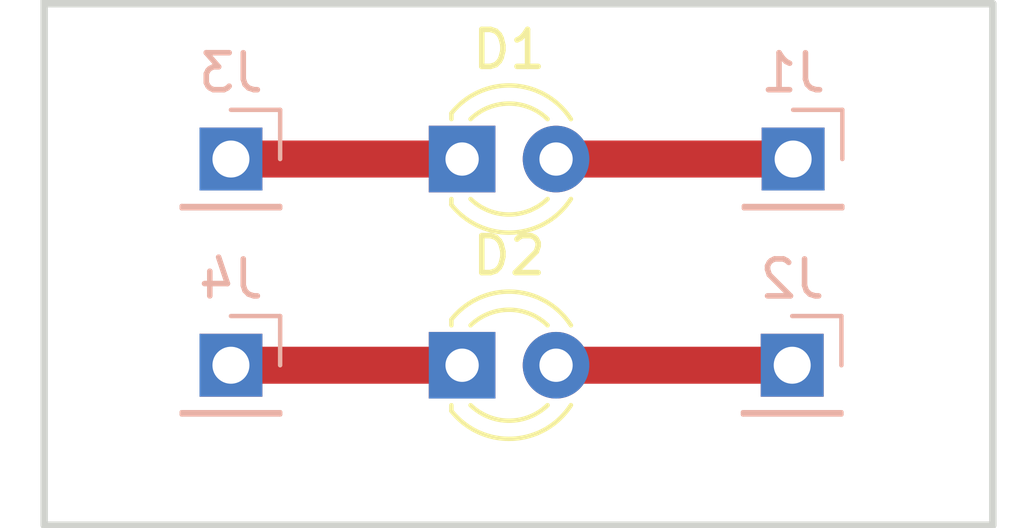
<source format=kicad_pcb>
(kicad_pcb (version 20221018) (generator pcbnew)
  (layers (0 "F.Cu" signal) (31 "B.Cu" signal) (34 "B.Paste" user) (35 "F.Paste" user) (36 "B.SilkS" user "B.Silkscreen") (37 "F.SilkS" user "F.Silkscreen") (38 "B.Mask" user) (39 "F.Mask" user) (44 "Edge.Cuts" user))
  (net 0 "")
  (net 1 "Net-(D1-K)")
  (net 2 "Net-(D1-A)")
  (net 3 "Net-(D2-K)")
  (net 4 "Net-(D2-A)")
  (footprint "LED_THT:LED_D3.0mm" (layer "F.Cu") (at 140.3 77.25)
    (fp_text reference "D2" (at 1.27 -2.96) (layer "F.SilkS"))
    (fp_text value "IR LED")
    (fp_line (start -0.29 -1.236) (end -0.29 -1.08) (stroke (width 0.12)) (layer "F.SilkS"))
    (fp_line (start -0.29 1.08) (end -0.29 1.236) (stroke (width 0.12)) (layer "F.SilkS"))
    (fp_arc (start -0.29 -1.235516) (mid 1.366487 -1.987659) (end 2.942335 -1.078608) (stroke (width 0.12)) (layer "F.SilkS"))
    (fp_arc (start 0.229039 -1.08) (mid 1.270117 -1.5) (end 2.31113 -1.079837) (stroke (width 0.12)) (layer "F.SilkS"))
    (fp_arc (start 2.31113 1.079837) (mid 1.270117 1.5) (end 0.229039 1.08) (stroke (width 0.12)) (layer "F.SilkS"))
    (fp_arc (start 2.942335 1.078608) (mid 1.366487 1.987659) (end -0.29 1.235516) (stroke (width 0.12)) (layer "F.SilkS"))
    (pad "1" thru_hole rect (at 0 0) (size 1.8 1.8) (drill 0.9) (layers "*.Cu" "*.Mask") (net 3 "Net-(D2-K)"))
    (pad "2" thru_hole circle (at 2.54 0) (size 1.8 1.8) (drill 0.9) (layers "*.Cu" "*.Mask") (net 4 "Net-(D2-A)"))
  )
  (footprint "LED_THT:LED_D3.0mm" (layer "F.Cu") (at 140.3 71.675)
    (fp_text reference "D1" (at 1.27 -2.96) (layer "F.SilkS"))
    (fp_text value "RED LED")
    (fp_line (start -0.29 -1.236) (end -0.29 -1.08) (stroke (width 0.12)) (layer "F.SilkS"))
    (fp_line (start -0.29 1.08) (end -0.29 1.236) (stroke (width 0.12)) (layer "F.SilkS"))
    (fp_arc (start -0.29 -1.235516) (mid 1.366487 -1.987659) (end 2.942335 -1.078608) (stroke (width 0.12)) (layer "F.SilkS"))
    (fp_arc (start 0.229039 -1.08) (mid 1.270117 -1.5) (end 2.31113 -1.079837) (stroke (width 0.12)) (layer "F.SilkS"))
    (fp_arc (start 2.31113 1.079837) (mid 1.270117 1.5) (end 0.229039 1.08) (stroke (width 0.12)) (layer "F.SilkS"))
    (fp_arc (start 2.942335 1.078608) (mid 1.366487 1.987659) (end -0.29 1.235516) (stroke (width 0.12)) (layer "F.SilkS"))
    (pad "1" thru_hole rect (at 0 0) (size 1.8 1.8) (drill 0.9) (layers "*.Cu" "*.Mask") (net 1 "Net-(D1-K)"))
    (pad "2" thru_hole circle (at 2.54 0) (size 1.8 1.8) (drill 0.9) (layers "*.Cu" "*.Mask") (net 2 "Net-(D1-A)"))
  )
  (footprint "Connector_PinHeader_2.54mm:PinHeader_1x01_P2.54mm_Vertical" (layer "B.Cu") (at 149.225 77.25 180)
    (fp_text reference "J2" (at 0 2.33) (layer "B.SilkS") (effects (justify mirror)))
    (fp_text value "Conn_01x01_Pin")
    (fp_line (start -1.33 -1.33) (end 1.33 -1.33) (stroke (width 0.12)) (layer "B.SilkS"))
    (fp_line (start -1.33 -1.27) (end -1.33 -1.33) (stroke (width 0.12)) (layer "B.SilkS"))
    (fp_line (start -1.33 -1.27) (end 1.33 -1.27) (stroke (width 0.12)) (layer "B.SilkS"))
    (fp_line (start -1.33 0) (end -1.33 1.33) (stroke (width 0.12)) (layer "B.SilkS"))
    (fp_line (start -1.33 1.33) (end 0 1.33) (stroke (width 0.12)) (layer "B.SilkS"))
    (fp_line (start 1.33 -1.27) (end 1.33 -1.33) (stroke (width 0.12)) (layer "B.SilkS"))
    (pad "1" thru_hole rect (at 0 0 180) (size 1.7 1.7) (drill 1) (layers "*.Cu" "*.Mask") (net 4 "Net-(D2-A)"))
  )
  (footprint "Connector_PinHeader_2.54mm:PinHeader_1x01_P2.54mm_Vertical" (layer "B.Cu") (at 134.05 71.675 180)
    (fp_text reference "J3" (at 0 2.33) (layer "B.SilkS") (effects (justify mirror)))
    (fp_text value "Conn_01x01_Pin")
    (fp_line (start -1.33 -1.33) (end 1.33 -1.33) (stroke (width 0.12)) (layer "B.SilkS"))
    (fp_line (start -1.33 -1.27) (end -1.33 -1.33) (stroke (width 0.12)) (layer "B.SilkS"))
    (fp_line (start -1.33 -1.27) (end 1.33 -1.27) (stroke (width 0.12)) (layer "B.SilkS"))
    (fp_line (start -1.33 0) (end -1.33 1.33) (stroke (width 0.12)) (layer "B.SilkS"))
    (fp_line (start -1.33 1.33) (end 0 1.33) (stroke (width 0.12)) (layer "B.SilkS"))
    (fp_line (start 1.33 -1.27) (end 1.33 -1.33) (stroke (width 0.12)) (layer "B.SilkS"))
    (pad "1" thru_hole rect (at 0 0 180) (size 1.7 1.7) (drill 1) (layers "*.Cu" "*.Mask") (net 1 "Net-(D1-K)"))
  )
  (footprint "Connector_PinHeader_2.54mm:PinHeader_1x01_P2.54mm_Vertical" (layer "B.Cu") (at 149.25 71.675 180)
    (fp_text reference "J1" (at 0 2.33) (layer "B.SilkS") (effects (justify mirror)))
    (fp_text value "Conn_01x01_Pin")
    (fp_line (start -1.33 -1.33) (end 1.33 -1.33) (stroke (width 0.12)) (layer "B.SilkS"))
    (fp_line (start -1.33 -1.27) (end -1.33 -1.33) (stroke (width 0.12)) (layer "B.SilkS"))
    (fp_line (start -1.33 -1.27) (end 1.33 -1.27) (stroke (width 0.12)) (layer "B.SilkS"))
    (fp_line (start -1.33 0) (end -1.33 1.33) (stroke (width 0.12)) (layer "B.SilkS"))
    (fp_line (start -1.33 1.33) (end 0 1.33) (stroke (width 0.12)) (layer "B.SilkS"))
    (fp_line (start 1.33 -1.27) (end 1.33 -1.33) (stroke (width 0.12)) (layer "B.SilkS"))
    (pad "1" thru_hole rect (at 0 0 180) (size 1.7 1.7) (drill 1) (layers "*.Cu" "*.Mask") (net 2 "Net-(D1-A)"))
  )
  (footprint "Connector_PinHeader_2.54mm:PinHeader_1x01_P2.54mm_Vertical" (layer "B.Cu") (at 134.05 77.25 180)
    (fp_text reference "J4" (at 0 2.33) (layer "B.SilkS") (effects (justify mirror)))
    (fp_text value "Conn_01x01_Pin")
    (fp_line (start -1.33 -1.33) (end 1.33 -1.33) (stroke (width 0.12)) (layer "B.SilkS"))
    (fp_line (start -1.33 -1.27) (end -1.33 -1.33) (stroke (width 0.12)) (layer "B.SilkS"))
    (fp_line (start -1.33 -1.27) (end 1.33 -1.27) (stroke (width 0.12)) (layer "B.SilkS"))
    (fp_line (start -1.33 0) (end -1.33 1.33) (stroke (width 0.12)) (layer "B.SilkS"))
    (fp_line (start -1.33 1.33) (end 0 1.33) (stroke (width 0.12)) (layer "B.SilkS"))
    (fp_line (start 1.33 -1.27) (end 1.33 -1.33) (stroke (width 0.12)) (layer "B.SilkS"))
    (pad "1" thru_hole rect (at 0 0 180) (size 1.7 1.7) (drill 1) (layers "*.Cu" "*.Mask") (net 3 "Net-(D2-K)"))
  )
  (gr_rect (start 129 67.475) (end 154.65 81.575) (stroke (width 0.2)) (fill none) (layer "Edge.Cuts"))
  (segment (start 134.05 71.675) (end 140.3 71.675) (width 1) (layer "F.Cu") (net 1))
  (segment (start 142.84 71.675) (end 149.25 71.675) (width 1) (layer "F.Cu") (net 2))
  (segment (start 134.05 77.25) (end 140.3 77.25) (width 1) (layer "F.Cu") (net 3))
  (segment (start 142.84 77.25) (end 149.225 77.25) (width 1) (layer "F.Cu") (net 4))
)
</source>
